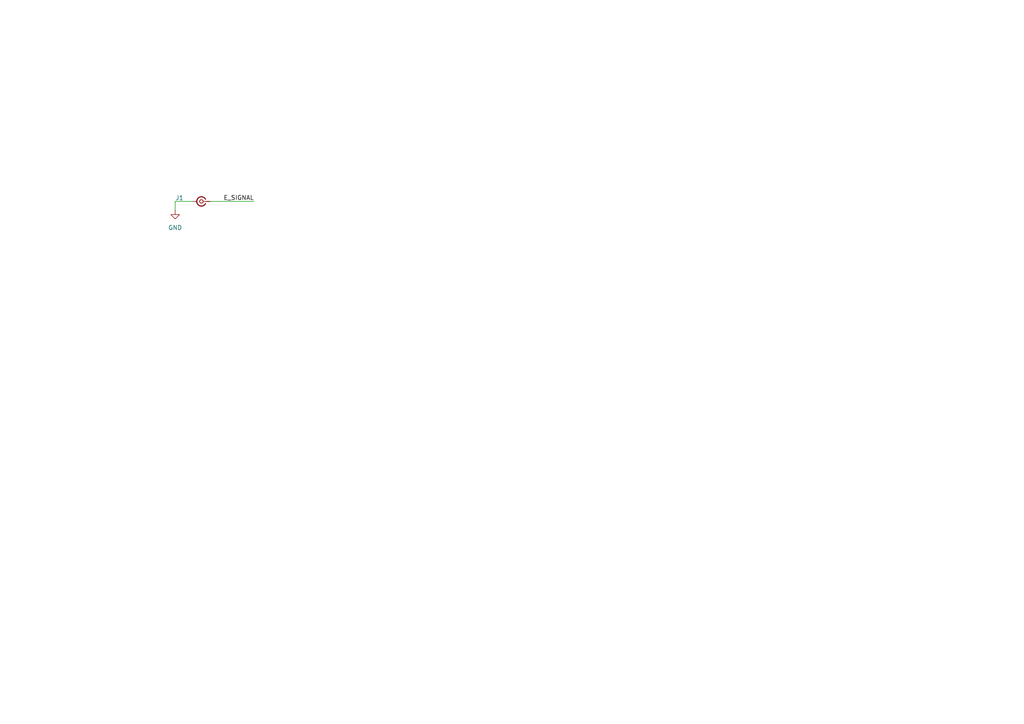
<source format=kicad_sch>
(kicad_sch (version 20250114) (generator "eeschema") (generator_version "9.0")
  (paper "A4")
  (title_block (title "Near Field Probes PCB Kit") (date "2025-03-19") (rev "1.0") (company "Ignacio de Mendizabal") (comment 1 "https://www.ignaciodemendizabal.com") (comment 2 "https://github.com/imendizabal/Near-Field-Probes") (comment 4 "E-Field 10 cm"))
  (lib_symbols
    (symbol "Connector:Conn_Coaxial_Small" (pin_numbers (hide yes)) (pin_names (offset 1.016) (hide yes))
      (property "Reference" "J" (at 0.254 3.048 0))
      (property "Value" "Conn_Coaxial_Small" (at 0 -3.81 0))
      (symbol "Conn_Coaxial_Small_0_1"
        (polyline (pts (xy -2.54 0) (xy -0.508 0)))
        (circle (center 0 0) (radius 0.508) (stroke (width 0.2032)))
      )
      (symbol "Conn_Coaxial_Small_1_1"
        (arc (start 1.3484 0.0039) (mid 0.327 -1.308) (end -1.1916 -0.6311) (stroke (width 0.3048)))
        (arc (start -1.1916 0.6311) (mid 0.327 1.3081) (end 1.3484 -0.0039) (stroke (width 0.3048)))
        (pin passive line (at -2.54 0 0) (length 1.27) (name "In") (number "1"))
        (pin passive line (at 2.54 0 180) (length 1.27) (name "Ext") (number "2"))
      )
    )
    (symbol "power:GND" (power) (pin_numbers (hide yes)) (pin_names (offset 0) (hide yes))
      (property "Value" "GND" (at 0 -3.81 0))
      (symbol "GND_0_1"
        (polyline (pts (xy 0 0) (xy 0 -1.27) (xy 1.27 -1.27) (xy 0 -2.54) (xy -1.27 -1.27) (xy 0 -1.27)))
      )
      (symbol "GND_1_1"
        (pin power_in line (at 0 0 270) (length 0) (name "~") (number "1"))
      )
    )
  )
  (wire (pts (xy 60.96 58.42) (xy 73.66 58.42)))
  (wire (pts (xy 55.88 58.42) (xy 50.8 58.42)))
  (wire (pts (xy 50.8 58.42) (xy 50.8 60.96)))
  (label "E_SIGNAL" (at 73.66 58.42 180))
  (symbol (lib_id "Connector:Conn_Coaxial_Small") (at 58.42 58.42 0) (mirror y) (unit 1)
    (property "Reference" "J1" (at 52.07 57.404 0))
    (property "Value" "Conn_Coaxial_Small" (effects (hide yes)))
    (property "Footprint" "Connector_Coaxial:SMA_Amphenol_132289_EdgeMount" (effects (hide yes)))
    (property "Description" "small coaxial connector (BNC, SMA, SMB, SMC, Cinch/RCA, LEMO, ...)" (effects (hide yes)))
  )
  (symbol (lib_id "power:GND") (at 50.8 60.96 0) (mirror y) (unit 1)
    (property "Reference" "#PWR01" (effects (hide yes)))
    (property "Value" "GND" (at 50.8 66.04 0))
    (property "Description" "Power symbol creates a global label with name \"GND\" , ground" (effects (hide yes)))
  )
)
</source>
